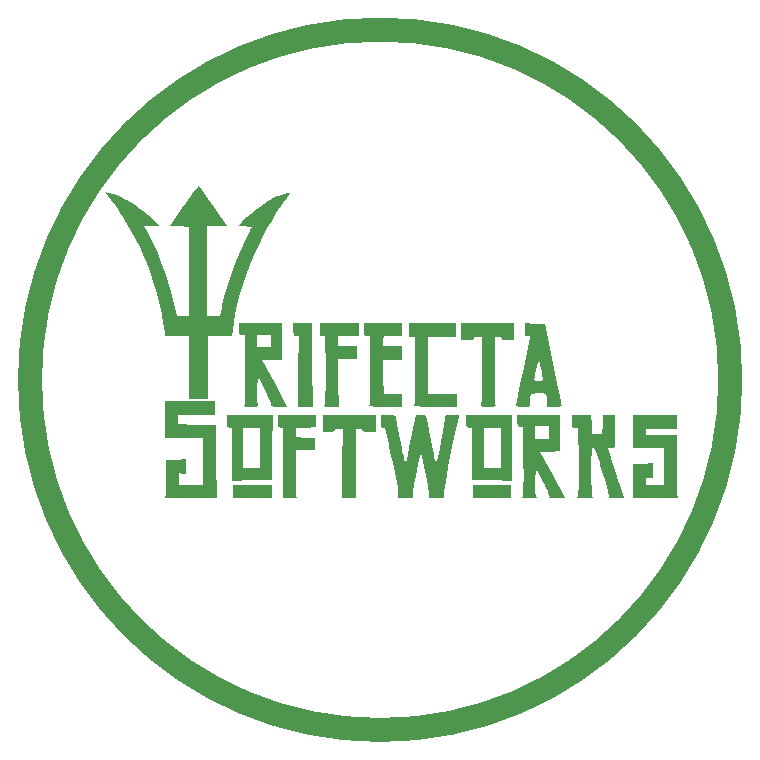
<source format=gbr>
%TF.GenerationSoftware,KiCad,Pcbnew,7.0.1*%
%TF.CreationDate,2023-03-27T13:13:23-05:00*%
%TF.ProjectId,_autosave-Circuitry-Circuit-Card,5f617574-6f73-4617-9665-2d4369726375,rev?*%
%TF.SameCoordinates,Original*%
%TF.FileFunction,Soldermask,Top*%
%TF.FilePolarity,Negative*%
%FSLAX46Y46*%
G04 Gerber Fmt 4.6, Leading zero omitted, Abs format (unit mm)*
G04 Created by KiCad (PCBNEW 7.0.1) date 2023-03-27 13:13:23*
%MOMM*%
%LPD*%
G01*
G04 APERTURE LIST*
%ADD10C,0.000000*%
%ADD11C,2.000000*%
%TA.AperFunction,Profile*%
%ADD12C,0.100000*%
%TD*%
G04 APERTURE END LIST*
D10*
G36*
X112694557Y-86229575D02*
G01*
X109431366Y-86229575D01*
X109431366Y-85083045D01*
X112694557Y-85083045D01*
X112694557Y-86229575D01*
G37*
G36*
X95867062Y-74940685D02*
G01*
X95893520Y-78468463D01*
X94658798Y-78468463D01*
X94685253Y-75469852D01*
X94711716Y-72471240D01*
X94482407Y-72471240D01*
X94445050Y-72470820D01*
X94412162Y-72469121D01*
X94383461Y-72465484D01*
X94358661Y-72459251D01*
X94347635Y-72454954D01*
X94337478Y-72449761D01*
X94328154Y-72443590D01*
X94319628Y-72436358D01*
X94311864Y-72427982D01*
X94304827Y-72418380D01*
X94298481Y-72407471D01*
X94292790Y-72395171D01*
X94283234Y-72366070D01*
X94275875Y-72330420D01*
X94270427Y-72287561D01*
X94266607Y-72236834D01*
X94264130Y-72177581D01*
X94262713Y-72109142D01*
X94261921Y-71942073D01*
X94261921Y-71412910D01*
X95849422Y-71412910D01*
X95867062Y-74940685D01*
G37*
G36*
X116839699Y-82252006D02*
G01*
X116001854Y-82278461D01*
X115172829Y-82304923D01*
X116213524Y-84262836D01*
X117263031Y-86229575D01*
X116557480Y-86229575D01*
X116458205Y-86229257D01*
X116368516Y-86228266D01*
X116288077Y-86226552D01*
X116251221Y-86225407D01*
X116216552Y-86224062D01*
X116184028Y-86222510D01*
X116153606Y-86220746D01*
X116125245Y-86218761D01*
X116098902Y-86216551D01*
X116074536Y-86214108D01*
X116052104Y-86211426D01*
X116031566Y-86208498D01*
X116012877Y-86205319D01*
X115995998Y-86201881D01*
X115980885Y-86198178D01*
X115967497Y-86194204D01*
X115955792Y-86189953D01*
X115945727Y-86185417D01*
X115937262Y-86180591D01*
X115933615Y-86178066D01*
X115930352Y-86175467D01*
X115927469Y-86172792D01*
X115924958Y-86170040D01*
X115922816Y-86167211D01*
X115921037Y-86164303D01*
X115919615Y-86161316D01*
X115918546Y-86158249D01*
X115917824Y-86155102D01*
X115917444Y-86151873D01*
X115917401Y-86148562D01*
X115917689Y-86145167D01*
X115918303Y-86141689D01*
X115919239Y-86138125D01*
X115922051Y-86130741D01*
X115926085Y-86123009D01*
X115931297Y-86114921D01*
X115940274Y-86097944D01*
X115943993Y-86073358D01*
X115942363Y-86040994D01*
X115935295Y-86000684D01*
X115922697Y-85952261D01*
X115904479Y-85895557D01*
X115850822Y-85756633D01*
X115773601Y-85582568D01*
X115672091Y-85372020D01*
X115545569Y-85123644D01*
X115393311Y-84836097D01*
X114767128Y-83663120D01*
X114740669Y-84827281D01*
X114736122Y-85101805D01*
X114735398Y-85226696D01*
X114735708Y-85343358D01*
X114737052Y-85451803D01*
X114739429Y-85552045D01*
X114742840Y-85644096D01*
X114747285Y-85727968D01*
X114752763Y-85803676D01*
X114759275Y-85871232D01*
X114766820Y-85930649D01*
X114775400Y-85981940D01*
X114785012Y-86025118D01*
X114795659Y-86060195D01*
X114801370Y-86074700D01*
X114807339Y-86087185D01*
X114813567Y-86097652D01*
X114820053Y-86106101D01*
X114834347Y-86124929D01*
X114843874Y-86141793D01*
X114848207Y-86156797D01*
X114848293Y-86163633D01*
X114846921Y-86170043D01*
X114844037Y-86176040D01*
X114839589Y-86181636D01*
X114825784Y-86191679D01*
X114805080Y-86200274D01*
X114777052Y-86207526D01*
X114741272Y-86213538D01*
X114697314Y-86218413D01*
X114644753Y-86222254D01*
X114583160Y-86225166D01*
X114431179Y-86228611D01*
X114237961Y-86229575D01*
X114137438Y-86229351D01*
X114047277Y-86228611D01*
X113967089Y-86227250D01*
X113930614Y-86226305D01*
X113896487Y-86225166D01*
X113864659Y-86223820D01*
X113835083Y-86222254D01*
X113807709Y-86220456D01*
X113782489Y-86218413D01*
X113759376Y-86216111D01*
X113738319Y-86213538D01*
X113719272Y-86210681D01*
X113702185Y-86207526D01*
X113687010Y-86204062D01*
X113673698Y-86200274D01*
X113662202Y-86196151D01*
X113657119Y-86193959D01*
X113652472Y-86191679D01*
X113648255Y-86189308D01*
X113644461Y-86186845D01*
X113641084Y-86184288D01*
X113638119Y-86181636D01*
X113635560Y-86178887D01*
X113633399Y-86176040D01*
X113631632Y-86173092D01*
X113630252Y-86170043D01*
X113629253Y-86166891D01*
X113628629Y-86163633D01*
X113628374Y-86160269D01*
X113628482Y-86156797D01*
X113628947Y-86153214D01*
X113629763Y-86149521D01*
X113630923Y-86145714D01*
X113632422Y-86141793D01*
X113636413Y-86133600D01*
X113641685Y-86124929D01*
X113648192Y-86115767D01*
X113655884Y-86106101D01*
X113668596Y-86081820D01*
X113680275Y-86038353D01*
X113700532Y-85891540D01*
X113716654Y-85661012D01*
X113728642Y-85342117D01*
X113740215Y-84420624D01*
X113735252Y-83089854D01*
X113708794Y-80188255D01*
X113470673Y-80161792D01*
X113428658Y-80156727D01*
X113391695Y-80151028D01*
X113359891Y-80144157D01*
X114723030Y-80144157D01*
X114723030Y-81202491D01*
X115869560Y-81202491D01*
X115869560Y-80144157D01*
X114723030Y-80144157D01*
X113359891Y-80144157D01*
X113359460Y-80144064D01*
X113331630Y-80135199D01*
X113319266Y-80129857D01*
X113307882Y-80123803D01*
X113297438Y-80116957D01*
X113287894Y-80109241D01*
X113279208Y-80100576D01*
X113271342Y-80090881D01*
X113264253Y-80080079D01*
X113257903Y-80068090D01*
X113252250Y-80054835D01*
X113247255Y-80040235D01*
X113239075Y-80006682D01*
X113233039Y-79966798D01*
X113228824Y-79919952D01*
X113226109Y-79865509D01*
X113224569Y-79802836D01*
X113223724Y-79650272D01*
X113223724Y-79174018D01*
X116839699Y-79174018D01*
X116839699Y-82252006D01*
G37*
G36*
X87647339Y-79174018D02*
G01*
X84472340Y-79174018D01*
X84472340Y-79967769D01*
X86086296Y-79985404D01*
X87691437Y-80011867D01*
X87735535Y-83125129D01*
X87779629Y-86229575D01*
X85548313Y-86229575D01*
X84827547Y-86229248D01*
X84534866Y-86228471D01*
X84283410Y-86226957D01*
X84172225Y-86225847D01*
X84070247Y-86224461D01*
X83977108Y-86222769D01*
X83892443Y-86220739D01*
X83815884Y-86218340D01*
X83747066Y-86215543D01*
X83685621Y-86212316D01*
X83631184Y-86208629D01*
X83583386Y-86204451D01*
X83541863Y-86199751D01*
X83523339Y-86197196D01*
X83506247Y-86194499D01*
X83490539Y-86191656D01*
X83476171Y-86188664D01*
X83463097Y-86185519D01*
X83451270Y-86182216D01*
X83440645Y-86178752D01*
X83431176Y-86175123D01*
X83422818Y-86171325D01*
X83415523Y-86167355D01*
X83409248Y-86163208D01*
X83403945Y-86158881D01*
X83399569Y-86154370D01*
X83396074Y-86149671D01*
X83393415Y-86144780D01*
X83391545Y-86139694D01*
X83390419Y-86134408D01*
X83389990Y-86128919D01*
X83390214Y-86123222D01*
X83391043Y-86117315D01*
X83392433Y-86111193D01*
X83394338Y-86104853D01*
X83399508Y-86091500D01*
X83406186Y-86077227D01*
X83414005Y-86062003D01*
X83423717Y-86036897D01*
X83432989Y-85998406D01*
X83450112Y-85883960D01*
X83465167Y-85724038D01*
X83477949Y-85524016D01*
X83488249Y-85289267D01*
X83495863Y-85025166D01*
X83500582Y-84737087D01*
X83502201Y-84430404D01*
X83502201Y-82975196D01*
X84340046Y-82948741D01*
X85177895Y-82922282D01*
X85177895Y-84165824D01*
X84869213Y-84130542D01*
X84560532Y-84095267D01*
X84560532Y-85083045D01*
X86589005Y-85083045D01*
X86589005Y-81114295D01*
X83414005Y-81114295D01*
X83414005Y-78027492D01*
X87647339Y-78027492D01*
X87647339Y-79174018D01*
G37*
G36*
X102377209Y-79174259D02*
G01*
X102464558Y-79175120D01*
X102541573Y-79176808D01*
X102608975Y-79179530D01*
X102639298Y-79181343D01*
X102667490Y-79183491D01*
X102693640Y-79186002D01*
X102717839Y-79188900D01*
X102740178Y-79192211D01*
X102760747Y-79195962D01*
X102779637Y-79200178D01*
X102796938Y-79204884D01*
X102812740Y-79210108D01*
X102827134Y-79215874D01*
X102840210Y-79222208D01*
X102852059Y-79229137D01*
X102862771Y-79236686D01*
X102872437Y-79244881D01*
X102881147Y-79253747D01*
X102888991Y-79263312D01*
X102896060Y-79273599D01*
X102902444Y-79284636D01*
X102908234Y-79296449D01*
X102913520Y-79309062D01*
X102918393Y-79322502D01*
X102922942Y-79336794D01*
X102931435Y-79368041D01*
X103060423Y-80003047D01*
X103301849Y-81246589D01*
X103435917Y-81947872D01*
X103490465Y-82231024D01*
X103537635Y-82473042D01*
X103578139Y-82676819D01*
X103596113Y-82765272D01*
X103612688Y-82845250D01*
X103627950Y-82917115D01*
X103641990Y-82981228D01*
X103654897Y-83037951D01*
X103666759Y-83087647D01*
X103677664Y-83130676D01*
X103687703Y-83167401D01*
X103696962Y-83198183D01*
X103705533Y-83223384D01*
X103709587Y-83234004D01*
X103713502Y-83243365D01*
X103717290Y-83251512D01*
X103720960Y-83258489D01*
X103724525Y-83264343D01*
X103727994Y-83269117D01*
X103731381Y-83272858D01*
X103734695Y-83275611D01*
X103737947Y-83277421D01*
X103741149Y-83278333D01*
X103744312Y-83278392D01*
X103747447Y-83277644D01*
X103750565Y-83276134D01*
X103753677Y-83273906D01*
X103756795Y-83271007D01*
X103759928Y-83267481D01*
X103766289Y-83258731D01*
X103772849Y-83248017D01*
X103786919Y-83222144D01*
X103807695Y-83156567D01*
X103842320Y-83018332D01*
X103945674Y-82557378D01*
X104082100Y-81906253D01*
X104236717Y-81131931D01*
X104615952Y-79174018D01*
X105030464Y-79174018D01*
X105076018Y-79174528D01*
X105119969Y-79176034D01*
X105162163Y-79178495D01*
X105202445Y-79181873D01*
X105240660Y-79186130D01*
X105276652Y-79191226D01*
X105310267Y-79197124D01*
X105341351Y-79203784D01*
X105369747Y-79211167D01*
X105395300Y-79219235D01*
X105406963Y-79223513D01*
X105417857Y-79227949D01*
X105427963Y-79232535D01*
X105437261Y-79237269D01*
X105445732Y-79242145D01*
X105453358Y-79247159D01*
X105460118Y-79252304D01*
X105465993Y-79257578D01*
X105470963Y-79262974D01*
X105475010Y-79268487D01*
X105478114Y-79274114D01*
X105480255Y-79279849D01*
X105529176Y-79478427D01*
X105626881Y-79935798D01*
X105912415Y-81352416D01*
X105990668Y-81748380D01*
X106065511Y-82117369D01*
X106135187Y-82451424D01*
X106197938Y-82742587D01*
X106252008Y-82982900D01*
X106295639Y-83164406D01*
X106327075Y-83279145D01*
X106337671Y-83308990D01*
X106341592Y-83316597D01*
X106344559Y-83319160D01*
X106366838Y-83275741D01*
X106402488Y-83152882D01*
X106505376Y-82713235D01*
X106636169Y-82089001D01*
X106777814Y-81368958D01*
X106913258Y-80641887D01*
X107025448Y-79996569D01*
X107097331Y-79521784D01*
X107112829Y-79376085D01*
X107111855Y-79306312D01*
X107105218Y-79285931D01*
X107102174Y-79267708D01*
X107103212Y-79251526D01*
X107105415Y-79244164D01*
X107108823Y-79237269D01*
X107113497Y-79230827D01*
X107119498Y-79224822D01*
X107135729Y-79214066D01*
X107158006Y-79204887D01*
X107186820Y-79197168D01*
X107222662Y-79190793D01*
X107266023Y-79185644D01*
X107317394Y-79181607D01*
X107377266Y-79178565D01*
X107524475Y-79175000D01*
X107711578Y-79174018D01*
X107819173Y-79174152D01*
X107914185Y-79174673D01*
X107997259Y-79175762D01*
X108069041Y-79177601D01*
X108100900Y-79178858D01*
X108130179Y-79180370D01*
X108156957Y-79182160D01*
X108181316Y-79184250D01*
X108203337Y-79186663D01*
X108223100Y-79189422D01*
X108240687Y-79192549D01*
X108256177Y-79196067D01*
X108269652Y-79199998D01*
X108281192Y-79204365D01*
X108286262Y-79206719D01*
X108290878Y-79209191D01*
X108295052Y-79211783D01*
X108298792Y-79214498D01*
X108302108Y-79217339D01*
X108305012Y-79220309D01*
X108307513Y-79223410D01*
X108309621Y-79226646D01*
X108311347Y-79230019D01*
X108312700Y-79233532D01*
X108313690Y-79237188D01*
X108314328Y-79240990D01*
X108314623Y-79244941D01*
X108314586Y-79249042D01*
X108313556Y-79257712D01*
X108311318Y-79267020D01*
X108307953Y-79276991D01*
X108303542Y-79287646D01*
X108298164Y-79299009D01*
X108291902Y-79311102D01*
X108284836Y-79323947D01*
X108252282Y-79422511D01*
X108196370Y-79642824D01*
X108026874Y-80393305D01*
X107801151Y-81464593D01*
X107544006Y-82745895D01*
X107385549Y-83548653D01*
X107253654Y-84233486D01*
X107147596Y-84804839D01*
X107066653Y-85267154D01*
X107010102Y-85624876D01*
X106990747Y-85765903D01*
X106977218Y-85882448D01*
X106969426Y-85975067D01*
X106967279Y-86044315D01*
X106970687Y-86090748D01*
X106974447Y-86105582D01*
X106979561Y-86114921D01*
X106990355Y-86130741D01*
X106996046Y-86145167D01*
X106996285Y-86158249D01*
X106994251Y-86164303D01*
X106990723Y-86170040D01*
X106979012Y-86180591D01*
X106960802Y-86189953D01*
X106935746Y-86198178D01*
X106903493Y-86205319D01*
X106863695Y-86211426D01*
X106816004Y-86216551D01*
X106760071Y-86220746D01*
X106695546Y-86224062D01*
X106539328Y-86228266D01*
X106344559Y-86229575D01*
X106237824Y-86229354D01*
X106142213Y-86228628D01*
X106057273Y-86227308D01*
X106018663Y-86226397D01*
X105982551Y-86225303D01*
X105948881Y-86224016D01*
X105917597Y-86222524D01*
X105888641Y-86220815D01*
X105861957Y-86218878D01*
X105837488Y-86216703D01*
X105815179Y-86214277D01*
X105794972Y-86211589D01*
X105776812Y-86208629D01*
X105760640Y-86205384D01*
X105746402Y-86201844D01*
X105734041Y-86197997D01*
X105728546Y-86195955D01*
X105723499Y-86193832D01*
X105718893Y-86191627D01*
X105714721Y-86189337D01*
X105710975Y-86186963D01*
X105707650Y-86184502D01*
X105704736Y-86181953D01*
X105702229Y-86179315D01*
X105700120Y-86176585D01*
X105698402Y-86173764D01*
X105697068Y-86170849D01*
X105696112Y-86167839D01*
X105695526Y-86164732D01*
X105695303Y-86161527D01*
X105695437Y-86158223D01*
X105695919Y-86154819D01*
X105696743Y-86151312D01*
X105697902Y-86147701D01*
X105699389Y-86143986D01*
X105701197Y-86140164D01*
X105705747Y-86132196D01*
X105711494Y-86123785D01*
X105718384Y-86114921D01*
X105730046Y-86092372D01*
X105738503Y-86060626D01*
X105743654Y-86018957D01*
X105745394Y-85966644D01*
X105738228Y-85827187D01*
X105716179Y-85636467D01*
X105678420Y-85388696D01*
X105624125Y-85078087D01*
X105552465Y-84698851D01*
X105462616Y-84245200D01*
X105322606Y-83563759D01*
X105202442Y-83000555D01*
X105153936Y-82781636D01*
X105115351Y-82614291D01*
X105088342Y-82505857D01*
X105079695Y-82476025D01*
X105074562Y-82463672D01*
X105064569Y-82455511D01*
X105054150Y-82455438D01*
X105042878Y-82465338D01*
X105030327Y-82487098D01*
X104999682Y-82573743D01*
X104958806Y-82730460D01*
X104904288Y-82972341D01*
X104832716Y-83314473D01*
X104624771Y-84359851D01*
X104561295Y-84687739D01*
X104503917Y-84998573D01*
X104453774Y-85285222D01*
X104412003Y-85540555D01*
X104379740Y-85757440D01*
X104358123Y-85928748D01*
X104351662Y-85995081D01*
X104348288Y-86047345D01*
X104348144Y-86084649D01*
X104351372Y-86106101D01*
X104356159Y-86123474D01*
X104357019Y-86139259D01*
X104353539Y-86153519D01*
X104345304Y-86166319D01*
X104331902Y-86177725D01*
X104312919Y-86187800D01*
X104287941Y-86196609D01*
X104256556Y-86204216D01*
X104218349Y-86210687D01*
X104172908Y-86216086D01*
X104119818Y-86220476D01*
X104058668Y-86223924D01*
X103910528Y-86228249D01*
X103725182Y-86229575D01*
X103639385Y-86229263D01*
X103560526Y-86228318D01*
X103488513Y-86226726D01*
X103423258Y-86224475D01*
X103364668Y-86221553D01*
X103312654Y-86217946D01*
X103267125Y-86213641D01*
X103246764Y-86211223D01*
X103227991Y-86208626D01*
X103210794Y-86205848D01*
X103195162Y-86202887D01*
X103181083Y-86199743D01*
X103168546Y-86196412D01*
X103157540Y-86192895D01*
X103148054Y-86189188D01*
X103140077Y-86185291D01*
X103133596Y-86181202D01*
X103128601Y-86176919D01*
X103125080Y-86172441D01*
X103123869Y-86170128D01*
X103123022Y-86167766D01*
X103122539Y-86165354D01*
X103122416Y-86162892D01*
X103123251Y-86157818D01*
X103125515Y-86152543D01*
X103129197Y-86147064D01*
X103134285Y-86141380D01*
X103144922Y-86118366D01*
X103150339Y-86075509D01*
X103145310Y-85928610D01*
X103118782Y-85697375D01*
X103070344Y-85378497D01*
X102906082Y-84464581D01*
X102649216Y-83160403D01*
X102552423Y-82680363D01*
X102466470Y-82256533D01*
X102390413Y-81885388D01*
X102323309Y-81563399D01*
X102264215Y-81287040D01*
X102237377Y-81164870D01*
X102212187Y-81052785D01*
X102188529Y-80950344D01*
X102166283Y-80857106D01*
X102145333Y-80772630D01*
X102125560Y-80696476D01*
X102106846Y-80628203D01*
X102089074Y-80567369D01*
X102072125Y-80513534D01*
X102055882Y-80466257D01*
X102040227Y-80425098D01*
X102025042Y-80389614D01*
X102017589Y-80373863D01*
X102010209Y-80359366D01*
X102002887Y-80346068D01*
X101995610Y-80333913D01*
X101988361Y-80322847D01*
X101981127Y-80312813D01*
X101973892Y-80303759D01*
X101966643Y-80295627D01*
X101959363Y-80288363D01*
X101952039Y-80281912D01*
X101944655Y-80276219D01*
X101937197Y-80271228D01*
X101929651Y-80266885D01*
X101922001Y-80263135D01*
X101914232Y-80259922D01*
X101906331Y-80257191D01*
X101890070Y-80252956D01*
X101873100Y-80249988D01*
X101840302Y-80244621D01*
X101811211Y-80238053D01*
X101785608Y-80229701D01*
X101763273Y-80218985D01*
X101753263Y-80212559D01*
X101743988Y-80205324D01*
X101735420Y-80197207D01*
X101727531Y-80188135D01*
X101720295Y-80178037D01*
X101713684Y-80166838D01*
X101702228Y-80140852D01*
X101692941Y-80109594D01*
X101685605Y-80072484D01*
X101680001Y-80028940D01*
X101675908Y-79978381D01*
X101673106Y-79920226D01*
X101671377Y-79853893D01*
X101670258Y-79694370D01*
X101670258Y-79174018D01*
X102278801Y-79174018D01*
X102377209Y-79174259D01*
G37*
G36*
X92480392Y-81925681D02*
G01*
X92453938Y-84686172D01*
X90760601Y-84712630D01*
X89058449Y-84730270D01*
X89058449Y-80232352D01*
X90028587Y-80232352D01*
X90028587Y-83671935D01*
X91439701Y-83671935D01*
X91439701Y-80232352D01*
X90028587Y-80232352D01*
X89058449Y-80232352D01*
X88837963Y-80232352D01*
X88800606Y-80231933D01*
X88767719Y-80230234D01*
X88739017Y-80226597D01*
X88714217Y-80220363D01*
X88703191Y-80216066D01*
X88693034Y-80210874D01*
X88683711Y-80204702D01*
X88675184Y-80197470D01*
X88667421Y-80189094D01*
X88660383Y-80179493D01*
X88654037Y-80168583D01*
X88648347Y-80156283D01*
X88638791Y-80127183D01*
X88631431Y-80091532D01*
X88625983Y-80048673D01*
X88622163Y-79997946D01*
X88619687Y-79938693D01*
X88618270Y-79870254D01*
X88617477Y-79703185D01*
X88617477Y-79174018D01*
X92498032Y-79174018D01*
X92480392Y-81925681D01*
G37*
G36*
X112959145Y-72824020D02*
G01*
X112429977Y-72824020D01*
X112355725Y-72823697D01*
X112288229Y-72822676D01*
X112227219Y-72820880D01*
X112199061Y-72819667D01*
X112172423Y-72818231D01*
X112147270Y-72816563D01*
X112123569Y-72814652D01*
X112101286Y-72812490D01*
X112080387Y-72810066D01*
X112060838Y-72807370D01*
X112042605Y-72804394D01*
X112025654Y-72801127D01*
X112009952Y-72797559D01*
X111995464Y-72793682D01*
X111982156Y-72789485D01*
X111969995Y-72784958D01*
X111958947Y-72780092D01*
X111948977Y-72774878D01*
X111940052Y-72769305D01*
X111932139Y-72763363D01*
X111925202Y-72757044D01*
X111919208Y-72750338D01*
X111914124Y-72743234D01*
X111909914Y-72735723D01*
X111906546Y-72727796D01*
X111903986Y-72719442D01*
X111902199Y-72710652D01*
X111901152Y-72701417D01*
X111900810Y-72691726D01*
X111899669Y-72675707D01*
X111898238Y-72668085D01*
X111896229Y-72660721D01*
X111893638Y-72653615D01*
X111890463Y-72646769D01*
X111886700Y-72640180D01*
X111882345Y-72633850D01*
X111877397Y-72627778D01*
X111871851Y-72621964D01*
X111858954Y-72611112D01*
X111843628Y-72601294D01*
X111825848Y-72592509D01*
X111805587Y-72584758D01*
X111782819Y-72578040D01*
X111757519Y-72572355D01*
X111729662Y-72567704D01*
X111699220Y-72564087D01*
X111666169Y-72561503D01*
X111630481Y-72559953D01*
X111592133Y-72559436D01*
X111283447Y-72559436D01*
X111283447Y-75408115D01*
X111284739Y-76134461D01*
X111288822Y-76744122D01*
X111296005Y-77244436D01*
X111306599Y-77642741D01*
X111313272Y-77805934D01*
X111320913Y-77946375D01*
X111329563Y-78064984D01*
X111339259Y-78162676D01*
X111350040Y-78240369D01*
X111361945Y-78298981D01*
X111375013Y-78339428D01*
X111381995Y-78353127D01*
X111389282Y-78362628D01*
X111401530Y-78376897D01*
X111408299Y-78389964D01*
X111409533Y-78396060D01*
X111409281Y-78401869D01*
X111407505Y-78407398D01*
X111404165Y-78412650D01*
X111392642Y-78422346D01*
X111374400Y-78430995D01*
X111349130Y-78438637D01*
X111316522Y-78445310D01*
X111276266Y-78451053D01*
X111228051Y-78455905D01*
X111106508Y-78463088D01*
X110949411Y-78467171D01*
X110754280Y-78468463D01*
X110651807Y-78468147D01*
X110559152Y-78467171D01*
X110476005Y-78465498D01*
X110402057Y-78463088D01*
X110368435Y-78461595D01*
X110336997Y-78459903D01*
X110307703Y-78458008D01*
X110280515Y-78455905D01*
X110255394Y-78453588D01*
X110232301Y-78451053D01*
X110211198Y-78448296D01*
X110192045Y-78445310D01*
X110174805Y-78442093D01*
X110159438Y-78438637D01*
X110145905Y-78434940D01*
X110134168Y-78430995D01*
X110124188Y-78426799D01*
X110115926Y-78422346D01*
X110112427Y-78420022D01*
X110109344Y-78417631D01*
X110106670Y-78415174D01*
X110104402Y-78412650D01*
X110102535Y-78410058D01*
X110101063Y-78407398D01*
X110099982Y-78404668D01*
X110099286Y-78401869D01*
X110098972Y-78399000D01*
X110099035Y-78396060D01*
X110099468Y-78393048D01*
X110100268Y-78389964D01*
X110101430Y-78386808D01*
X110102949Y-78383578D01*
X110107038Y-78376897D01*
X110112497Y-78369915D01*
X110119286Y-78362628D01*
X110133555Y-78339428D01*
X110146623Y-78298981D01*
X110169308Y-78162676D01*
X110187652Y-77946375D01*
X110201965Y-77642741D01*
X110219740Y-76744122D01*
X110225113Y-75408115D01*
X110225113Y-72559436D01*
X109872337Y-72559436D01*
X109826228Y-72559856D01*
X109783748Y-72561141D01*
X109763841Y-72562121D01*
X109744808Y-72563331D01*
X109726637Y-72564777D01*
X109709317Y-72566464D01*
X109692837Y-72568396D01*
X109677186Y-72570579D01*
X109662351Y-72573016D01*
X109648322Y-72575714D01*
X109635088Y-72578677D01*
X109622637Y-72581909D01*
X109610958Y-72585416D01*
X109600040Y-72589202D01*
X109589870Y-72593272D01*
X109580439Y-72597631D01*
X109571735Y-72602285D01*
X109563745Y-72607237D01*
X109556460Y-72612492D01*
X109549868Y-72618056D01*
X109543957Y-72623933D01*
X109538717Y-72630129D01*
X109534135Y-72636647D01*
X109530201Y-72643493D01*
X109526903Y-72650672D01*
X109524230Y-72658189D01*
X109522171Y-72666047D01*
X109520714Y-72674253D01*
X109519848Y-72682811D01*
X109519562Y-72691726D01*
X109518173Y-72710652D01*
X109513826Y-72727796D01*
X109506249Y-72743234D01*
X109495170Y-72757044D01*
X109480320Y-72769305D01*
X109461425Y-72780092D01*
X109438216Y-72789485D01*
X109410420Y-72797559D01*
X109377767Y-72804394D01*
X109339985Y-72810066D01*
X109296803Y-72814652D01*
X109247950Y-72818231D01*
X109193153Y-72820880D01*
X109132143Y-72822676D01*
X108990395Y-72824020D01*
X108461227Y-72824020D01*
X108461227Y-71412910D01*
X112959145Y-71412910D01*
X112959145Y-72824020D01*
G37*
G36*
X113551245Y-76228324D02*
G01*
X114634842Y-76228324D01*
X114635380Y-76229977D01*
X114636976Y-76231627D01*
X114643231Y-76234904D01*
X114653388Y-76238130D01*
X114667226Y-76241278D01*
X114705071Y-76247238D01*
X114755008Y-76252578D01*
X114815280Y-76257091D01*
X114884130Y-76260571D01*
X114959800Y-76262810D01*
X115040535Y-76263602D01*
X115100210Y-76263273D01*
X115153723Y-76262207D01*
X115201319Y-76260288D01*
X115222975Y-76258973D01*
X115243243Y-76257401D01*
X115262155Y-76255557D01*
X115279742Y-76253428D01*
X115296033Y-76250998D01*
X115311060Y-76248253D01*
X115324853Y-76245179D01*
X115337442Y-76241761D01*
X115348860Y-76237984D01*
X115359136Y-76233834D01*
X115368300Y-76229297D01*
X115376385Y-76224358D01*
X115383419Y-76219002D01*
X115389435Y-76213215D01*
X115394463Y-76206982D01*
X115398532Y-76200288D01*
X115401675Y-76193121D01*
X115403922Y-76185463D01*
X115405303Y-76177302D01*
X115405849Y-76168623D01*
X115405591Y-76159410D01*
X115404559Y-76149651D01*
X115402784Y-76139329D01*
X115400298Y-76128430D01*
X115397130Y-76116941D01*
X115393311Y-76104846D01*
X115323859Y-75780735D01*
X115268048Y-75509537D01*
X115208099Y-75205268D01*
X115160645Y-74982009D01*
X115117841Y-74790066D01*
X115098344Y-74706580D01*
X115080204Y-74631815D01*
X115063485Y-74566068D01*
X115048251Y-74509635D01*
X115034568Y-74462813D01*
X115022499Y-74425901D01*
X115012110Y-74399195D01*
X115007566Y-74389761D01*
X115003465Y-74382991D01*
X114999817Y-74378921D01*
X114996629Y-74377588D01*
X114995210Y-74377960D01*
X114993909Y-74379030D01*
X114991666Y-74383283D01*
X114989907Y-74390384D01*
X114988640Y-74400372D01*
X114987618Y-74429153D01*
X114973699Y-74516522D01*
X114935802Y-74717992D01*
X114879715Y-75002144D01*
X114811226Y-75337562D01*
X114742741Y-75671461D01*
X114686656Y-75951616D01*
X114648760Y-76147435D01*
X114638442Y-76204158D01*
X114634842Y-76228324D01*
X113551245Y-76228324D01*
X113703285Y-75494104D01*
X114102226Y-73511108D01*
X114282059Y-72541797D01*
X114281777Y-72538491D01*
X114280939Y-72535191D01*
X114279559Y-72531905D01*
X114277649Y-72528638D01*
X114272292Y-72522187D01*
X114264972Y-72515891D01*
X114255791Y-72509802D01*
X114244854Y-72503971D01*
X114232262Y-72498450D01*
X114218121Y-72493291D01*
X114202532Y-72488545D01*
X114185600Y-72484264D01*
X114167427Y-72480500D01*
X114148118Y-72477304D01*
X114127775Y-72474729D01*
X114106501Y-72472825D01*
X114084401Y-72471645D01*
X114061577Y-72471240D01*
X114024220Y-72470820D01*
X113991332Y-72469121D01*
X113962631Y-72465484D01*
X113937830Y-72459251D01*
X113926804Y-72454954D01*
X113916647Y-72449761D01*
X113907323Y-72443590D01*
X113898797Y-72436358D01*
X113891033Y-72427982D01*
X113883996Y-72418380D01*
X113877649Y-72407471D01*
X113871959Y-72395171D01*
X113862402Y-72366070D01*
X113855042Y-72330420D01*
X113849594Y-72287561D01*
X113845774Y-72236834D01*
X113843297Y-72177581D01*
X113841880Y-72109142D01*
X113841087Y-71942073D01*
X113841087Y-71404086D01*
X114696579Y-71430549D01*
X115552063Y-71457004D01*
X116222336Y-74808395D01*
X116488025Y-76122079D01*
X116714024Y-77221615D01*
X116877183Y-77992075D01*
X116927964Y-78217986D01*
X116954353Y-78318530D01*
X116962738Y-78342015D01*
X116967686Y-78362955D01*
X116968655Y-78381493D01*
X116967478Y-78389904D01*
X116965102Y-78397769D01*
X116961461Y-78405103D01*
X116956485Y-78411926D01*
X116950108Y-78418255D01*
X116942261Y-78424107D01*
X116921888Y-78434453D01*
X116894822Y-78443107D01*
X116860522Y-78450210D01*
X116818444Y-78455906D01*
X116768047Y-78460335D01*
X116708786Y-78463640D01*
X116561508Y-78467447D01*
X116372269Y-78468463D01*
X115737267Y-78468463D01*
X115728455Y-78036308D01*
X115724986Y-77911920D01*
X115720548Y-77802713D01*
X115714172Y-77707743D01*
X115704889Y-77626066D01*
X115698855Y-77589919D01*
X115691730Y-77556740D01*
X115683395Y-77526414D01*
X115673727Y-77498822D01*
X115662606Y-77473846D01*
X115649910Y-77451368D01*
X115635519Y-77431271D01*
X115619310Y-77413436D01*
X115601164Y-77397745D01*
X115580960Y-77384081D01*
X115558575Y-77372326D01*
X115533888Y-77362362D01*
X115506780Y-77354071D01*
X115477128Y-77347335D01*
X115444812Y-77342036D01*
X115409709Y-77338056D01*
X115330664Y-77333583D01*
X115239023Y-77332973D01*
X115133816Y-77335283D01*
X115014076Y-77339568D01*
X114414352Y-77366035D01*
X114317337Y-77807006D01*
X114306386Y-77858879D01*
X114296701Y-77908634D01*
X114288308Y-77956219D01*
X114281233Y-78001582D01*
X114275502Y-78044671D01*
X114271140Y-78085435D01*
X114268173Y-78123822D01*
X114266627Y-78159780D01*
X114266529Y-78193258D01*
X114267903Y-78224203D01*
X114270775Y-78252565D01*
X114275172Y-78278291D01*
X114277950Y-78290150D01*
X114281118Y-78301330D01*
X114284681Y-78311825D01*
X114288641Y-78321629D01*
X114293002Y-78330736D01*
X114297766Y-78339138D01*
X114302936Y-78346830D01*
X114308517Y-78353805D01*
X114317869Y-78369627D01*
X114322557Y-78384053D01*
X114322258Y-78397136D01*
X114320138Y-78403190D01*
X114316649Y-78408928D01*
X114305408Y-78419479D01*
X114288211Y-78428841D01*
X114264736Y-78437067D01*
X114234658Y-78444207D01*
X114197656Y-78450314D01*
X114153407Y-78455439D01*
X114101587Y-78459634D01*
X114041873Y-78462950D01*
X113897472Y-78467154D01*
X113717621Y-78468463D01*
X113641891Y-78468054D01*
X113570257Y-78466844D01*
X113502886Y-78464859D01*
X113439946Y-78462124D01*
X113381606Y-78458666D01*
X113328032Y-78454510D01*
X113279394Y-78449683D01*
X113235858Y-78444209D01*
X113197593Y-78438116D01*
X113164768Y-78431428D01*
X113150447Y-78427869D01*
X113137549Y-78424171D01*
X113126095Y-78420338D01*
X113116105Y-78416372D01*
X113107602Y-78412278D01*
X113100605Y-78408057D01*
X113095135Y-78403713D01*
X113091214Y-78399250D01*
X113088863Y-78394671D01*
X113088103Y-78389978D01*
X113088954Y-78385176D01*
X113091438Y-78380267D01*
X113296077Y-77460564D01*
X113551245Y-76228324D01*
G37*
G36*
X93291782Y-74490897D02*
G01*
X92453938Y-74517348D01*
X91624912Y-74543811D01*
X92665604Y-76501723D01*
X93715115Y-78468463D01*
X93009560Y-78468463D01*
X92910285Y-78468144D01*
X92820597Y-78467154D01*
X92740159Y-78465440D01*
X92703303Y-78464295D01*
X92668634Y-78462950D01*
X92636110Y-78461399D01*
X92605688Y-78459634D01*
X92577327Y-78457650D01*
X92550985Y-78455439D01*
X92526619Y-78452996D01*
X92504187Y-78450314D01*
X92483649Y-78447387D01*
X92464961Y-78444207D01*
X92448081Y-78440770D01*
X92432969Y-78437067D01*
X92419581Y-78433093D01*
X92407875Y-78428841D01*
X92397811Y-78424305D01*
X92389345Y-78419479D01*
X92385698Y-78416954D01*
X92382436Y-78414355D01*
X92379552Y-78411680D01*
X92377042Y-78408928D01*
X92374899Y-78406098D01*
X92373120Y-78403190D01*
X92371699Y-78400203D01*
X92370629Y-78397136D01*
X92369908Y-78393989D01*
X92369528Y-78390760D01*
X92369484Y-78387448D01*
X92369773Y-78384053D01*
X92370387Y-78380575D01*
X92371322Y-78377011D01*
X92374135Y-78369627D01*
X92378169Y-78361893D01*
X92383381Y-78353805D01*
X92392358Y-78336828D01*
X92396076Y-78312242D01*
X92394447Y-78279878D01*
X92387378Y-78239569D01*
X92374780Y-78191146D01*
X92356562Y-78134443D01*
X92302905Y-77995519D01*
X92225684Y-77821456D01*
X92124174Y-77610909D01*
X91997654Y-77362534D01*
X91845398Y-77074989D01*
X91219212Y-75902007D01*
X91192757Y-77066169D01*
X91188209Y-77340693D01*
X91187485Y-77465584D01*
X91187795Y-77582246D01*
X91189139Y-77690691D01*
X91191515Y-77790933D01*
X91194926Y-77882983D01*
X91199370Y-77966856D01*
X91204848Y-78042564D01*
X91211359Y-78110120D01*
X91218904Y-78169537D01*
X91227482Y-78220828D01*
X91237094Y-78264005D01*
X91247740Y-78299083D01*
X91253451Y-78313588D01*
X91259420Y-78326073D01*
X91265647Y-78336540D01*
X91272133Y-78344989D01*
X91286428Y-78363817D01*
X91295956Y-78380681D01*
X91300290Y-78395684D01*
X91300377Y-78402521D01*
X91299005Y-78408931D01*
X91296121Y-78414928D01*
X91291673Y-78420524D01*
X91277868Y-78430567D01*
X91257165Y-78439162D01*
X91229137Y-78446414D01*
X91193357Y-78452426D01*
X91149400Y-78457301D01*
X91096838Y-78461142D01*
X91035246Y-78464053D01*
X90883266Y-78467498D01*
X90690048Y-78468463D01*
X90589525Y-78468239D01*
X90499363Y-78467498D01*
X90419174Y-78466138D01*
X90382699Y-78465192D01*
X90348572Y-78464053D01*
X90316744Y-78462708D01*
X90287167Y-78461142D01*
X90259793Y-78459344D01*
X90234574Y-78457301D01*
X90211460Y-78454999D01*
X90190403Y-78452426D01*
X90171356Y-78449569D01*
X90154269Y-78446414D01*
X90139094Y-78442950D01*
X90125782Y-78439162D01*
X90114286Y-78435039D01*
X90109203Y-78432847D01*
X90104556Y-78430567D01*
X90100339Y-78428196D01*
X90096545Y-78425733D01*
X90093168Y-78423176D01*
X90090203Y-78420524D01*
X90087643Y-78417775D01*
X90085483Y-78414928D01*
X90083715Y-78411980D01*
X90082335Y-78408931D01*
X90081336Y-78405778D01*
X90080712Y-78402521D01*
X90080457Y-78399157D01*
X90080565Y-78395684D01*
X90081030Y-78392102D01*
X90081846Y-78388409D01*
X90083007Y-78384602D01*
X90084506Y-78380681D01*
X90088496Y-78372488D01*
X90093769Y-78363817D01*
X90100276Y-78354655D01*
X90107967Y-78344989D01*
X90120679Y-78320707D01*
X90132358Y-78277241D01*
X90152614Y-78130428D01*
X90168737Y-77899900D01*
X90180725Y-77581005D01*
X90192299Y-76659512D01*
X90187336Y-75328742D01*
X90160881Y-72427142D01*
X89922752Y-72400680D01*
X89880739Y-72395615D01*
X89843776Y-72389916D01*
X89811990Y-72383048D01*
X91175118Y-72383048D01*
X91175118Y-73441379D01*
X92321644Y-73441379D01*
X92321644Y-72383048D01*
X91175118Y-72383048D01*
X89811990Y-72383048D01*
X89811542Y-72382951D01*
X89783712Y-72374087D01*
X89771349Y-72368745D01*
X89759965Y-72362691D01*
X89749522Y-72355845D01*
X89739978Y-72348129D01*
X89731292Y-72339464D01*
X89723426Y-72329769D01*
X89716338Y-72318967D01*
X89709988Y-72306978D01*
X89704336Y-72293723D01*
X89699341Y-72279122D01*
X89691161Y-72245569D01*
X89685125Y-72205686D01*
X89680911Y-72158839D01*
X89678196Y-72104397D01*
X89676656Y-72041724D01*
X89675812Y-71889159D01*
X89675812Y-71412910D01*
X93291782Y-71412910D01*
X93291782Y-74490897D01*
G37*
G36*
X126717476Y-80320548D02*
G01*
X124071648Y-80320548D01*
X124071648Y-80849712D01*
X126717476Y-80849712D01*
X126717476Y-83433810D01*
X126718768Y-84090549D01*
X126722852Y-84642901D01*
X126730036Y-85097276D01*
X126740631Y-85460079D01*
X126747305Y-85609145D01*
X126754947Y-85737720D01*
X126763597Y-85846607D01*
X126773294Y-85936605D01*
X126784075Y-86008517D01*
X126795981Y-86063143D01*
X126809049Y-86101284D01*
X126816031Y-86114423D01*
X126823319Y-86123740D01*
X126832260Y-86138009D01*
X126828708Y-86151075D01*
X126811747Y-86162980D01*
X126780458Y-86173761D01*
X126671230Y-86192106D01*
X126493687Y-86206421D01*
X126240489Y-86217016D01*
X125904299Y-86224200D01*
X124953590Y-86229575D01*
X122969215Y-86229575D01*
X122995674Y-84783183D01*
X123022133Y-83327975D01*
X123851158Y-83301517D01*
X124689003Y-83275062D01*
X124689003Y-84518600D01*
X124380325Y-84483321D01*
X124327444Y-84477287D01*
X124280970Y-84472660D01*
X124240490Y-84469816D01*
X124205592Y-84469130D01*
X124190106Y-84469713D01*
X124175861Y-84470976D01*
X124162804Y-84472965D01*
X124150884Y-84475729D01*
X124140050Y-84479312D01*
X124130248Y-84483763D01*
X124121429Y-84489127D01*
X124113540Y-84495453D01*
X124106529Y-84502786D01*
X124100345Y-84511173D01*
X124094936Y-84520662D01*
X124090251Y-84531299D01*
X124086238Y-84543132D01*
X124082844Y-84556205D01*
X124080019Y-84570568D01*
X124077711Y-84586266D01*
X124074438Y-84621856D01*
X124072612Y-84663350D01*
X124071820Y-84711122D01*
X124071648Y-84765548D01*
X124071648Y-85083045D01*
X125659142Y-85083045D01*
X125659142Y-81996242D01*
X123013313Y-81996242D01*
X123013313Y-79174018D01*
X126717476Y-79174018D01*
X126717476Y-80320548D01*
G37*
G36*
X92409840Y-86229575D02*
G01*
X89146645Y-86229575D01*
X89146645Y-85083045D01*
X92409840Y-85083045D01*
X92409840Y-86229575D01*
G37*
G36*
X101229286Y-80585132D02*
G01*
X100656021Y-80585132D01*
X100575460Y-80584809D01*
X100502249Y-80583788D01*
X100436093Y-80581992D01*
X100405567Y-80580779D01*
X100376693Y-80579343D01*
X100349434Y-80577675D01*
X100323752Y-80575765D01*
X100299612Y-80573602D01*
X100276974Y-80571178D01*
X100255803Y-80568483D01*
X100236062Y-80565506D01*
X100217712Y-80562239D01*
X100200717Y-80558672D01*
X100185040Y-80554794D01*
X100170643Y-80550597D01*
X100157490Y-80546070D01*
X100145544Y-80541205D01*
X100134766Y-80535990D01*
X100125120Y-80530417D01*
X100116570Y-80524476D01*
X100109077Y-80518157D01*
X100102605Y-80511450D01*
X100097116Y-80504346D01*
X100092573Y-80496835D01*
X100088940Y-80488908D01*
X100086179Y-80480554D01*
X100084253Y-80471764D01*
X100083124Y-80462529D01*
X100082756Y-80452838D01*
X100082498Y-80444699D01*
X100081723Y-80436818D01*
X100080431Y-80429196D01*
X100078622Y-80421832D01*
X100076296Y-80414726D01*
X100073454Y-80407879D01*
X100070095Y-80401291D01*
X100066219Y-80394960D01*
X100061827Y-80388888D01*
X100056917Y-80383075D01*
X100051491Y-80377520D01*
X100045548Y-80372223D01*
X100032112Y-80362405D01*
X100016609Y-80353620D01*
X99999039Y-80345869D01*
X99979402Y-80339151D01*
X99957697Y-80333467D01*
X99933926Y-80328816D01*
X99908087Y-80325199D01*
X99880181Y-80322615D01*
X99850209Y-80321065D01*
X99818169Y-80320548D01*
X99544769Y-80320548D01*
X99571228Y-83275062D01*
X99597687Y-86229575D01*
X98362961Y-86229575D01*
X98389420Y-83275062D01*
X98415886Y-80320548D01*
X98098381Y-80320548D01*
X98078873Y-80320677D01*
X98060033Y-80321065D01*
X98041858Y-80321711D01*
X98024346Y-80322615D01*
X98007493Y-80323778D01*
X97991295Y-80325199D01*
X97975749Y-80326878D01*
X97960853Y-80328816D01*
X97946603Y-80331012D01*
X97932995Y-80333467D01*
X97920027Y-80336180D01*
X97907695Y-80339151D01*
X97895996Y-80342380D01*
X97884927Y-80345869D01*
X97874485Y-80349615D01*
X97864666Y-80353620D01*
X97855467Y-80357883D01*
X97846884Y-80362405D01*
X97838916Y-80367185D01*
X97831558Y-80372223D01*
X97824807Y-80377520D01*
X97818660Y-80383075D01*
X97813114Y-80388888D01*
X97808166Y-80394960D01*
X97803811Y-80401291D01*
X97800048Y-80407879D01*
X97796872Y-80414726D01*
X97794282Y-80421832D01*
X97792272Y-80429196D01*
X97790841Y-80436818D01*
X97789984Y-80444699D01*
X97789700Y-80452838D01*
X97788311Y-80471764D01*
X97783964Y-80488908D01*
X97776387Y-80504346D01*
X97765309Y-80518157D01*
X97750458Y-80530417D01*
X97731564Y-80541205D01*
X97708355Y-80550597D01*
X97680560Y-80558672D01*
X97647907Y-80565506D01*
X97610125Y-80571178D01*
X97566943Y-80575765D01*
X97518089Y-80579343D01*
X97463292Y-80581992D01*
X97402282Y-80583788D01*
X97260532Y-80585132D01*
X96731365Y-80585132D01*
X96731365Y-79174018D01*
X101229286Y-79174018D01*
X101229286Y-80585132D01*
G37*
G36*
X103434143Y-72462424D02*
G01*
X102666855Y-72488876D01*
X101890739Y-72515338D01*
X101864281Y-72938670D01*
X101837830Y-73362003D01*
X102631577Y-73335544D01*
X103434143Y-73309089D01*
X103434143Y-74499713D01*
X101846642Y-74499713D01*
X101864281Y-75928458D01*
X101890739Y-77366035D01*
X102658035Y-77392490D01*
X103416504Y-77418948D01*
X103451782Y-77939296D01*
X103478241Y-78468463D01*
X102031853Y-78468463D01*
X101816714Y-78468239D01*
X101623731Y-78467498D01*
X101451909Y-78466138D01*
X101300254Y-78464053D01*
X101167771Y-78461142D01*
X101053465Y-78457301D01*
X101002818Y-78454999D01*
X100956341Y-78452426D01*
X100913912Y-78449569D01*
X100875405Y-78446414D01*
X100840697Y-78442950D01*
X100809662Y-78439162D01*
X100782177Y-78435039D01*
X100758117Y-78430567D01*
X100737358Y-78425733D01*
X100719775Y-78420524D01*
X100705245Y-78414928D01*
X100693642Y-78408931D01*
X100688900Y-78405778D01*
X100684843Y-78402521D01*
X100681455Y-78399157D01*
X100678722Y-78395684D01*
X100676628Y-78392102D01*
X100675157Y-78388409D01*
X100674293Y-78384602D01*
X100674022Y-78380681D01*
X100674327Y-78376643D01*
X100675193Y-78372488D01*
X100676605Y-78368213D01*
X100678546Y-78363817D01*
X100683956Y-78354655D01*
X100691299Y-78344989D01*
X100704012Y-78320815D01*
X100715691Y-78277689D01*
X100735947Y-78132358D01*
X100752069Y-77904552D01*
X100764057Y-77589826D01*
X100775630Y-76681838D01*
X100770668Y-75372840D01*
X100744217Y-72515338D01*
X100506088Y-72488876D01*
X100464074Y-72483896D01*
X100427111Y-72478387D01*
X100394876Y-72471612D01*
X100367047Y-72462834D01*
X100354683Y-72457464D01*
X100343299Y-72451317D01*
X100332856Y-72444301D01*
X100323312Y-72436324D01*
X100314627Y-72427294D01*
X100306760Y-72417120D01*
X100299673Y-72405708D01*
X100293323Y-72392967D01*
X100287670Y-72378806D01*
X100282675Y-72363131D01*
X100274495Y-72326873D01*
X100268460Y-72283459D01*
X100264246Y-72232151D01*
X100261531Y-72172213D01*
X100259992Y-72102909D01*
X100259148Y-71933257D01*
X100259148Y-71412910D01*
X103434143Y-71412910D01*
X103434143Y-72462424D01*
G37*
D11*
X131248000Y-76192000D02*
G75*
G03*
X131248000Y-76192000I-29650000J0D01*
G01*
D10*
G36*
X112782753Y-84730270D02*
G01*
X111089424Y-84712630D01*
X109387268Y-84686172D01*
X109360809Y-82454848D01*
X109343170Y-80232352D01*
X110401505Y-80232352D01*
X110401505Y-83671935D01*
X111812614Y-83671935D01*
X111812614Y-80232352D01*
X110401505Y-80232352D01*
X109343170Y-80232352D01*
X109122688Y-80232352D01*
X109085331Y-80231933D01*
X109052444Y-80230234D01*
X109023742Y-80226597D01*
X108998942Y-80220363D01*
X108987916Y-80216066D01*
X108977759Y-80210874D01*
X108968435Y-80204702D01*
X108959908Y-80197470D01*
X108952144Y-80189094D01*
X108945107Y-80179493D01*
X108938761Y-80168583D01*
X108933070Y-80156283D01*
X108923514Y-80127183D01*
X108916154Y-80091532D01*
X108910706Y-80048673D01*
X108906885Y-79997946D01*
X108904409Y-79938693D01*
X108902992Y-79870254D01*
X108902199Y-79703185D01*
X108902199Y-79174018D01*
X112782753Y-79174018D01*
X112782753Y-84730270D01*
G37*
G36*
X108020256Y-72559436D02*
G01*
X105639008Y-72559436D01*
X105656647Y-74958320D01*
X105683106Y-77366035D01*
X106900185Y-77392490D01*
X108108452Y-77418948D01*
X108108452Y-78468463D01*
X106238724Y-78468463D01*
X105741872Y-78467171D01*
X105528768Y-78465498D01*
X105338039Y-78463088D01*
X105168807Y-78459903D01*
X105020194Y-78455905D01*
X104891322Y-78451053D01*
X104781312Y-78445310D01*
X104689285Y-78438637D01*
X104614363Y-78430995D01*
X104583042Y-78426799D01*
X104555668Y-78422346D01*
X104532130Y-78417631D01*
X104512320Y-78412650D01*
X104496127Y-78407398D01*
X104483442Y-78401869D01*
X104474154Y-78396060D01*
X104468154Y-78389964D01*
X104465333Y-78383578D01*
X104465579Y-78376897D01*
X104468784Y-78369915D01*
X104474838Y-78362628D01*
X104489108Y-78339428D01*
X104502176Y-78298981D01*
X104524862Y-78162676D01*
X104543207Y-77946375D01*
X104557522Y-77642741D01*
X104575299Y-76744122D01*
X104580673Y-75408115D01*
X104580673Y-72559436D01*
X104051506Y-72559436D01*
X104051506Y-71412910D01*
X108020256Y-71412910D01*
X108020256Y-72559436D01*
G37*
G36*
X99818169Y-72471240D02*
G01*
X98054283Y-72471240D01*
X98054283Y-73353187D01*
X99641785Y-73353187D01*
X99641785Y-74411517D01*
X98045464Y-74411517D01*
X98071922Y-76439990D01*
X98098381Y-78468463D01*
X97445744Y-78468463D01*
X97349976Y-78468239D01*
X97264170Y-78467498D01*
X97187949Y-78466138D01*
X97153317Y-78465192D01*
X97120940Y-78464053D01*
X97090773Y-78462708D01*
X97062767Y-78461142D01*
X97036878Y-78459344D01*
X97013057Y-78457301D01*
X96991258Y-78454999D01*
X96971434Y-78452426D01*
X96953538Y-78449569D01*
X96937523Y-78446414D01*
X96923343Y-78442950D01*
X96910951Y-78439162D01*
X96900299Y-78435039D01*
X96895612Y-78432847D01*
X96891342Y-78430567D01*
X96887484Y-78428196D01*
X96884032Y-78425733D01*
X96880980Y-78423176D01*
X96878322Y-78420524D01*
X96876052Y-78417775D01*
X96874165Y-78414928D01*
X96872655Y-78411980D01*
X96871515Y-78408931D01*
X96870741Y-78405778D01*
X96870325Y-78402521D01*
X96870263Y-78399157D01*
X96870548Y-78395684D01*
X96871175Y-78392102D01*
X96872138Y-78388409D01*
X96873430Y-78384602D01*
X96875046Y-78380681D01*
X96879227Y-78372488D01*
X96884634Y-78363817D01*
X96891220Y-78354655D01*
X96898937Y-78344989D01*
X96911650Y-78320815D01*
X96923329Y-78277689D01*
X96943586Y-78132358D01*
X96959708Y-77904552D01*
X96971697Y-77589826D01*
X96983271Y-76681838D01*
X96978310Y-75372840D01*
X96951851Y-72515338D01*
X96713726Y-72488876D01*
X96671712Y-72483896D01*
X96634748Y-72478387D01*
X96602513Y-72471612D01*
X96574684Y-72462834D01*
X96562320Y-72457464D01*
X96550936Y-72451317D01*
X96540493Y-72444301D01*
X96530948Y-72436324D01*
X96522263Y-72427294D01*
X96514397Y-72417120D01*
X96507309Y-72405708D01*
X96500958Y-72392967D01*
X96495306Y-72378806D01*
X96490311Y-72363131D01*
X96482131Y-72326873D01*
X96476095Y-72283459D01*
X96471881Y-72232151D01*
X96469166Y-72172213D01*
X96467626Y-72102909D01*
X96466782Y-71933257D01*
X96466782Y-71412910D01*
X99818169Y-71412910D01*
X99818169Y-72471240D01*
G37*
G36*
X119503174Y-79985404D02*
G01*
X119529633Y-80805618D01*
X120411575Y-80805618D01*
X120438034Y-79985404D01*
X120464493Y-79174018D01*
X121514008Y-79174018D01*
X121514008Y-81899230D01*
X121214150Y-81925681D01*
X120914284Y-81952144D01*
X121522827Y-83936519D01*
X121644283Y-84338958D01*
X121761916Y-84720209D01*
X121872728Y-85071488D01*
X121973721Y-85384010D01*
X122061898Y-85648989D01*
X122134261Y-85857640D01*
X122187814Y-86001180D01*
X122206600Y-86045788D01*
X122219559Y-86070823D01*
X122232874Y-86097314D01*
X122242572Y-86120691D01*
X122247930Y-86141149D01*
X122248223Y-86158881D01*
X122246244Y-86166785D01*
X122242728Y-86174080D01*
X122237584Y-86180791D01*
X122230722Y-86186942D01*
X122211481Y-86197658D01*
X122184282Y-86206424D01*
X122148402Y-86213433D01*
X122103116Y-86218878D01*
X122047702Y-86222954D01*
X121981437Y-86225855D01*
X121813455Y-86228904D01*
X121593384Y-86229575D01*
X121492556Y-86229257D01*
X121401509Y-86228266D01*
X121319892Y-86226552D01*
X121282511Y-86225407D01*
X121247358Y-86224062D01*
X121214387Y-86222510D01*
X121183556Y-86220746D01*
X121154822Y-86218761D01*
X121128140Y-86216551D01*
X121103466Y-86214108D01*
X121080758Y-86211426D01*
X121059972Y-86208498D01*
X121041064Y-86205319D01*
X121023991Y-86201881D01*
X121008708Y-86198178D01*
X120995173Y-86194204D01*
X120983341Y-86189953D01*
X120973170Y-86185417D01*
X120964615Y-86180591D01*
X120960930Y-86178066D01*
X120957633Y-86175467D01*
X120954718Y-86172792D01*
X120952180Y-86170040D01*
X120950014Y-86167211D01*
X120948213Y-86164303D01*
X120946773Y-86161316D01*
X120945688Y-86158249D01*
X120944953Y-86155102D01*
X120944562Y-86151873D01*
X120944510Y-86148562D01*
X120944791Y-86145167D01*
X120945399Y-86141689D01*
X120946330Y-86138125D01*
X120949138Y-86130741D01*
X120953170Y-86123009D01*
X120958382Y-86114921D01*
X120967165Y-86094340D01*
X120970354Y-86058992D01*
X120967936Y-86008786D01*
X120959898Y-85943633D01*
X120926911Y-85768123D01*
X120871289Y-85531738D01*
X120792930Y-85233753D01*
X120691730Y-84873447D01*
X120420395Y-83962978D01*
X120330192Y-83666661D01*
X120247778Y-83398637D01*
X120172677Y-83157640D01*
X120104410Y-82942403D01*
X120042500Y-82751661D01*
X119986467Y-82584147D01*
X119935835Y-82438596D01*
X119890124Y-82313741D01*
X119848858Y-82208317D01*
X119829742Y-82162496D01*
X119811558Y-82121057D01*
X119794246Y-82083843D01*
X119777746Y-82050695D01*
X119761999Y-82021455D01*
X119746945Y-81995965D01*
X119732523Y-81974067D01*
X119718675Y-81955601D01*
X119705341Y-81940411D01*
X119692460Y-81928338D01*
X119679973Y-81919223D01*
X119667821Y-81912908D01*
X119655943Y-81909235D01*
X119644280Y-81908046D01*
X119617790Y-81910292D01*
X119594414Y-81918571D01*
X119573957Y-81935195D01*
X119556226Y-81962478D01*
X119541027Y-82002732D01*
X119528167Y-82058269D01*
X119517450Y-82131402D01*
X119508685Y-82224443D01*
X119496231Y-82479501D01*
X119489255Y-82841942D01*
X119485535Y-83962978D01*
X119486827Y-84477967D01*
X119490909Y-84914512D01*
X119498092Y-85276851D01*
X119502943Y-85431516D01*
X119508686Y-85569219D01*
X119515359Y-85690489D01*
X119523001Y-85795856D01*
X119531650Y-85885848D01*
X119541346Y-85960996D01*
X119552127Y-86021830D01*
X119564032Y-86068879D01*
X119570419Y-86087400D01*
X119577100Y-86102673D01*
X119584082Y-86114764D01*
X119591370Y-86123740D01*
X119603716Y-86138009D01*
X119610766Y-86151075D01*
X119612183Y-86162980D01*
X119610674Y-86168508D01*
X119607631Y-86173761D01*
X119596774Y-86183457D01*
X119579278Y-86192106D01*
X119554804Y-86199748D01*
X119523019Y-86206421D01*
X119483585Y-86212164D01*
X119436168Y-86217016D01*
X119316037Y-86224200D01*
X119159939Y-86228283D01*
X118965187Y-86229575D01*
X118855349Y-86229351D01*
X118757034Y-86228611D01*
X118669778Y-86227250D01*
X118630152Y-86226305D01*
X118593117Y-86225166D01*
X118558613Y-86223820D01*
X118526583Y-86222254D01*
X118496970Y-86220456D01*
X118469714Y-86218413D01*
X118444757Y-86216111D01*
X118422042Y-86213538D01*
X118401511Y-86210681D01*
X118383104Y-86207526D01*
X118366765Y-86204062D01*
X118352435Y-86200274D01*
X118340055Y-86196151D01*
X118334578Y-86193959D01*
X118329568Y-86191679D01*
X118325016Y-86189308D01*
X118320915Y-86186845D01*
X118317259Y-86184288D01*
X118314039Y-86181636D01*
X118311249Y-86178887D01*
X118308881Y-86176040D01*
X118306928Y-86173092D01*
X118305383Y-86170043D01*
X118304238Y-86166891D01*
X118303487Y-86163633D01*
X118303122Y-86160269D01*
X118303135Y-86156797D01*
X118303519Y-86153214D01*
X118304268Y-86149521D01*
X118305374Y-86145714D01*
X118306829Y-86141793D01*
X118308627Y-86137755D01*
X118310759Y-86133600D01*
X118316001Y-86124929D01*
X118322495Y-86115767D01*
X118330185Y-86106101D01*
X118342898Y-86081927D01*
X118354577Y-86038801D01*
X118374834Y-85893470D01*
X118390957Y-85665664D01*
X118402947Y-85350938D01*
X118414522Y-84442950D01*
X118409561Y-83133952D01*
X118383102Y-80276450D01*
X118100876Y-80249988D01*
X117809837Y-80223537D01*
X117809837Y-79174018D01*
X119476715Y-79174018D01*
X119503174Y-79985404D01*
G37*
G36*
X96202198Y-80223537D02*
G01*
X95346714Y-80249988D01*
X94482407Y-80276450D01*
X94482407Y-81070201D01*
X95302616Y-81096656D01*
X96114006Y-81123115D01*
X96114006Y-82172630D01*
X94438313Y-82172630D01*
X94438313Y-84095267D01*
X94439604Y-84574188D01*
X94443686Y-84981486D01*
X94450869Y-85320777D01*
X94455720Y-85466051D01*
X94461462Y-85595679D01*
X94468135Y-85710115D01*
X94475776Y-85809809D01*
X94484425Y-85895215D01*
X94494121Y-85966785D01*
X94504902Y-86024970D01*
X94516807Y-86070223D01*
X94523193Y-86088141D01*
X94529874Y-86102996D01*
X94536856Y-86114843D01*
X94544144Y-86123740D01*
X94556607Y-86138009D01*
X94564058Y-86151075D01*
X94565823Y-86157171D01*
X94566238Y-86162980D01*
X94565270Y-86168508D01*
X94562888Y-86173761D01*
X94559058Y-86178742D01*
X94553750Y-86183457D01*
X94538566Y-86192106D01*
X94517077Y-86199748D01*
X94489025Y-86206421D01*
X94454152Y-86212164D01*
X94412199Y-86217016D01*
X94362908Y-86221015D01*
X94306020Y-86224200D01*
X94168422Y-86228283D01*
X93997337Y-86229575D01*
X93335880Y-86229575D01*
X93362339Y-83230964D01*
X93388802Y-80232352D01*
X93159493Y-80232352D01*
X93122135Y-80231933D01*
X93089247Y-80230234D01*
X93060545Y-80226597D01*
X93035745Y-80220363D01*
X93024719Y-80216066D01*
X93014562Y-80210874D01*
X93005238Y-80204702D01*
X92996712Y-80197470D01*
X92988948Y-80189094D01*
X92981911Y-80179493D01*
X92975565Y-80168583D01*
X92969875Y-80156283D01*
X92960319Y-80127183D01*
X92952959Y-80091532D01*
X92947512Y-80048673D01*
X92943692Y-79997946D01*
X92941216Y-79938693D01*
X92939799Y-79870254D01*
X92939007Y-79703185D01*
X92939007Y-79174018D01*
X96202198Y-79174018D01*
X96202198Y-80223537D01*
G37*
G36*
X86281773Y-59792517D02*
G01*
X86289146Y-59797698D01*
X86414822Y-59970229D01*
X86686019Y-60357733D01*
X87063051Y-60903988D01*
X87506229Y-61552772D01*
X88626301Y-63210826D01*
X86941784Y-63210826D01*
X86941784Y-70795547D01*
X88061852Y-70795547D01*
X88123592Y-70416312D01*
X88170116Y-70150628D01*
X88232852Y-69855191D01*
X88402367Y-69188340D01*
X88622939Y-68442321D01*
X88885370Y-67643697D01*
X89180460Y-66819027D01*
X89499011Y-65994874D01*
X89831826Y-65197799D01*
X90169704Y-64454364D01*
X90567678Y-63612108D01*
X90689357Y-63350556D01*
X90722550Y-63276314D01*
X90731195Y-63255407D01*
X90734142Y-63246101D01*
X90731193Y-63242798D01*
X90722533Y-63239522D01*
X90689219Y-63233149D01*
X90636475Y-63227190D01*
X90566575Y-63221850D01*
X90481791Y-63217337D01*
X90384399Y-63213858D01*
X90276671Y-63211618D01*
X90160881Y-63210826D01*
X90067258Y-63210690D01*
X89984475Y-63210154D01*
X89912001Y-63209024D01*
X89849306Y-63207105D01*
X89821461Y-63205789D01*
X89795862Y-63204204D01*
X89772443Y-63202325D01*
X89751138Y-63200128D01*
X89731881Y-63197588D01*
X89714605Y-63194682D01*
X89699244Y-63191385D01*
X89685733Y-63187673D01*
X89674004Y-63183522D01*
X89663992Y-63178907D01*
X89655631Y-63173805D01*
X89652048Y-63171063D01*
X89648853Y-63168191D01*
X89646038Y-63165184D01*
X89643594Y-63162040D01*
X89641513Y-63158756D01*
X89639786Y-63155330D01*
X89638406Y-63151756D01*
X89637364Y-63148034D01*
X89636652Y-63144160D01*
X89636261Y-63140130D01*
X89636412Y-63131593D01*
X89637749Y-63122398D01*
X89640208Y-63112523D01*
X89643720Y-63101941D01*
X89648221Y-63090630D01*
X89653644Y-63078564D01*
X89659923Y-63065720D01*
X89666992Y-63052074D01*
X89710700Y-62988320D01*
X89783489Y-62904606D01*
X89882193Y-62803503D01*
X90003648Y-62687582D01*
X90302149Y-62421569D01*
X90653669Y-62127134D01*
X91032888Y-61824844D01*
X91414484Y-61535267D01*
X91773134Y-61278969D01*
X91935943Y-61169727D01*
X92083519Y-61076518D01*
X92238169Y-60986791D01*
X92401294Y-60897787D01*
X92568141Y-60811883D01*
X92733954Y-60731457D01*
X92893979Y-60658886D01*
X93043461Y-60596547D01*
X93112764Y-60569957D01*
X93177647Y-60546817D01*
X93237518Y-60527423D01*
X93291782Y-60512073D01*
X93492976Y-60453370D01*
X93684248Y-60399626D01*
X93842448Y-60355805D01*
X93944424Y-60326865D01*
X93963227Y-60323146D01*
X93970601Y-60323461D01*
X93976618Y-60325228D01*
X93981271Y-60328448D01*
X93984556Y-60333123D01*
X93986469Y-60339255D01*
X93987004Y-60346845D01*
X93983923Y-60366406D01*
X93975274Y-60391820D01*
X93961017Y-60423100D01*
X93941115Y-60460257D01*
X93915529Y-60503306D01*
X93884220Y-60552259D01*
X93847148Y-60607129D01*
X93804276Y-60667928D01*
X93700975Y-60807369D01*
X93574005Y-60970683D01*
X93176620Y-61513547D01*
X92786095Y-62097247D01*
X92404329Y-62717147D01*
X92033222Y-63368608D01*
X91674671Y-64046993D01*
X91330578Y-64747662D01*
X91002839Y-65465980D01*
X90693356Y-66197307D01*
X90404026Y-66937005D01*
X90136749Y-67680437D01*
X89893424Y-68422965D01*
X89675950Y-69159950D01*
X89486226Y-69886755D01*
X89326151Y-70598742D01*
X89197625Y-71291272D01*
X89102547Y-71959708D01*
X89040810Y-72462424D01*
X88008938Y-72488876D01*
X86985882Y-72515338D01*
X87012337Y-75178806D01*
X87038799Y-77851104D01*
X85442478Y-77851104D01*
X85442478Y-72471240D01*
X83422829Y-72471240D01*
X83378731Y-72180194D01*
X83251055Y-71395799D01*
X83111390Y-70650988D01*
X82957670Y-69937389D01*
X82787826Y-69246631D01*
X82599793Y-68570342D01*
X82391502Y-67900151D01*
X82160889Y-67227685D01*
X81905884Y-66544574D01*
X81751363Y-66160670D01*
X81586248Y-65771081D01*
X81228991Y-64983532D01*
X80843622Y-64199291D01*
X80439650Y-63435720D01*
X80026582Y-62710183D01*
X79819609Y-62367104D01*
X79613928Y-62040044D01*
X79410727Y-61731174D01*
X79211195Y-61442664D01*
X79016521Y-61176686D01*
X78827892Y-60935409D01*
X78738080Y-60821738D01*
X78655088Y-60713957D01*
X78580778Y-60614652D01*
X78517009Y-60526406D01*
X78489659Y-60487237D01*
X78465642Y-60451801D01*
X78445191Y-60420423D01*
X78428538Y-60393423D01*
X78415916Y-60371127D01*
X78407557Y-60353855D01*
X78405049Y-60347205D01*
X78403695Y-60341933D01*
X78403522Y-60338078D01*
X78404560Y-60335681D01*
X78410202Y-60333088D01*
X78420339Y-60331877D01*
X78434713Y-60331983D01*
X78453067Y-60333342D01*
X78500678Y-60339561D01*
X78561105Y-60350017D01*
X78632281Y-60364193D01*
X78712138Y-60381573D01*
X78798610Y-60401640D01*
X78889629Y-60423877D01*
X79081743Y-60481197D01*
X79283456Y-60553361D01*
X79493411Y-60639504D01*
X79710252Y-60738759D01*
X79932622Y-60850262D01*
X80159165Y-60973147D01*
X80388525Y-61106548D01*
X80619344Y-61249599D01*
X80850267Y-61401436D01*
X81079937Y-61561191D01*
X81306996Y-61728001D01*
X81530090Y-61900999D01*
X81747861Y-62079319D01*
X81958952Y-62262097D01*
X82162008Y-62448466D01*
X82355671Y-62637561D01*
X82920116Y-63210826D01*
X81641300Y-63210826D01*
X81861786Y-63581241D01*
X82138512Y-64107462D01*
X82438493Y-64753262D01*
X82750257Y-65488565D01*
X83062331Y-66283297D01*
X83363244Y-67107381D01*
X83641522Y-67930741D01*
X83885693Y-68723303D01*
X84084286Y-69454990D01*
X84419422Y-70795547D01*
X85442478Y-70795547D01*
X85442478Y-63219642D01*
X84648727Y-63193183D01*
X83846161Y-63166728D01*
X85019146Y-61429294D01*
X85176520Y-61197999D01*
X85321505Y-60986600D01*
X85454527Y-60794528D01*
X85576011Y-60621214D01*
X85686386Y-60466090D01*
X85786076Y-60328588D01*
X85875508Y-60208139D01*
X85955109Y-60104175D01*
X86025304Y-60016127D01*
X86086521Y-59943427D01*
X86113896Y-59912655D01*
X86139186Y-59885507D01*
X86162444Y-59861911D01*
X86183725Y-59841797D01*
X86203080Y-59825093D01*
X86220564Y-59811730D01*
X86236229Y-59801634D01*
X86250129Y-59794736D01*
X86262318Y-59790965D01*
X86272848Y-59790249D01*
X86281773Y-59792517D01*
G37*
D12*
X132200000Y-76200000D02*
G75*
G03*
X132200000Y-76200000I-30600000J0D01*
G01*
M02*

</source>
